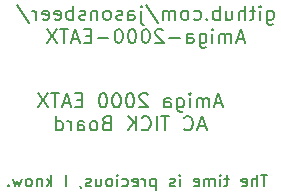
<source format=gbo>
G04 #@! TF.GenerationSoftware,KiCad,Pcbnew,5.1.12-84ad8e8a86~92~ubuntu20.04.1*
G04 #@! TF.CreationDate,2022-01-29T12:50:19-06:00*
G04 #@! TF.ProjectId,TICK_AC,5449434b-5f41-4432-9e6b-696361645f70,rev?*
G04 #@! TF.SameCoordinates,Original*
G04 #@! TF.FileFunction,Legend,Bot*
G04 #@! TF.FilePolarity,Positive*
%FSLAX46Y46*%
G04 Gerber Fmt 4.6, Leading zero omitted, Abs format (unit mm)*
G04 Created by KiCad (PCBNEW 5.1.12-84ad8e8a86~92~ubuntu20.04.1) date 2022-01-29 12:50:19*
%MOMM*%
%LPD*%
G01*
G04 APERTURE LIST*
%ADD10C,0.150000*%
%ADD11R,3.500000X3.500000*%
%ADD12O,1.700000X1.700000*%
%ADD13R,1.700000X1.700000*%
G04 APERTURE END LIST*
D10*
X152398619Y-110526580D02*
X151827190Y-110526580D01*
X152112904Y-111526580D02*
X152112904Y-110526580D01*
X151493857Y-111526580D02*
X151493857Y-110526580D01*
X151065285Y-111526580D02*
X151065285Y-111002771D01*
X151112904Y-110907533D01*
X151208142Y-110859914D01*
X151351000Y-110859914D01*
X151446238Y-110907533D01*
X151493857Y-110955152D01*
X150208142Y-111478961D02*
X150303380Y-111526580D01*
X150493857Y-111526580D01*
X150589095Y-111478961D01*
X150636714Y-111383723D01*
X150636714Y-111002771D01*
X150589095Y-110907533D01*
X150493857Y-110859914D01*
X150303380Y-110859914D01*
X150208142Y-110907533D01*
X150160523Y-111002771D01*
X150160523Y-111098009D01*
X150636714Y-111193247D01*
X149112904Y-110859914D02*
X148731952Y-110859914D01*
X148970047Y-110526580D02*
X148970047Y-111383723D01*
X148922428Y-111478961D01*
X148827190Y-111526580D01*
X148731952Y-111526580D01*
X148398619Y-111526580D02*
X148398619Y-110859914D01*
X148398619Y-110526580D02*
X148446238Y-110574200D01*
X148398619Y-110621819D01*
X148351000Y-110574200D01*
X148398619Y-110526580D01*
X148398619Y-110621819D01*
X147922428Y-111526580D02*
X147922428Y-110859914D01*
X147922428Y-110955152D02*
X147874809Y-110907533D01*
X147779571Y-110859914D01*
X147636714Y-110859914D01*
X147541476Y-110907533D01*
X147493857Y-111002771D01*
X147493857Y-111526580D01*
X147493857Y-111002771D02*
X147446238Y-110907533D01*
X147351000Y-110859914D01*
X147208142Y-110859914D01*
X147112904Y-110907533D01*
X147065285Y-111002771D01*
X147065285Y-111526580D01*
X146208142Y-111478961D02*
X146303380Y-111526580D01*
X146493857Y-111526580D01*
X146589095Y-111478961D01*
X146636714Y-111383723D01*
X146636714Y-111002771D01*
X146589095Y-110907533D01*
X146493857Y-110859914D01*
X146303380Y-110859914D01*
X146208142Y-110907533D01*
X146160523Y-111002771D01*
X146160523Y-111098009D01*
X146636714Y-111193247D01*
X144970047Y-111526580D02*
X144970047Y-110859914D01*
X144970047Y-110526580D02*
X145017666Y-110574200D01*
X144970047Y-110621819D01*
X144922428Y-110574200D01*
X144970047Y-110526580D01*
X144970047Y-110621819D01*
X144541476Y-111478961D02*
X144446238Y-111526580D01*
X144255761Y-111526580D01*
X144160523Y-111478961D01*
X144112904Y-111383723D01*
X144112904Y-111336104D01*
X144160523Y-111240866D01*
X144255761Y-111193247D01*
X144398619Y-111193247D01*
X144493857Y-111145628D01*
X144541476Y-111050390D01*
X144541476Y-111002771D01*
X144493857Y-110907533D01*
X144398619Y-110859914D01*
X144255761Y-110859914D01*
X144160523Y-110907533D01*
X142922428Y-110859914D02*
X142922428Y-111859914D01*
X142922428Y-110907533D02*
X142827190Y-110859914D01*
X142636714Y-110859914D01*
X142541476Y-110907533D01*
X142493857Y-110955152D01*
X142446238Y-111050390D01*
X142446238Y-111336104D01*
X142493857Y-111431342D01*
X142541476Y-111478961D01*
X142636714Y-111526580D01*
X142827190Y-111526580D01*
X142922428Y-111478961D01*
X142017666Y-111526580D02*
X142017666Y-110859914D01*
X142017666Y-111050390D02*
X141970047Y-110955152D01*
X141922428Y-110907533D01*
X141827190Y-110859914D01*
X141731952Y-110859914D01*
X141017666Y-111478961D02*
X141112904Y-111526580D01*
X141303380Y-111526580D01*
X141398619Y-111478961D01*
X141446238Y-111383723D01*
X141446238Y-111002771D01*
X141398619Y-110907533D01*
X141303380Y-110859914D01*
X141112904Y-110859914D01*
X141017666Y-110907533D01*
X140970047Y-111002771D01*
X140970047Y-111098009D01*
X141446238Y-111193247D01*
X140112904Y-111478961D02*
X140208142Y-111526580D01*
X140398619Y-111526580D01*
X140493857Y-111478961D01*
X140541476Y-111431342D01*
X140589095Y-111336104D01*
X140589095Y-111050390D01*
X140541476Y-110955152D01*
X140493857Y-110907533D01*
X140398619Y-110859914D01*
X140208142Y-110859914D01*
X140112904Y-110907533D01*
X139684333Y-111526580D02*
X139684333Y-110859914D01*
X139684333Y-110526580D02*
X139731952Y-110574200D01*
X139684333Y-110621819D01*
X139636714Y-110574200D01*
X139684333Y-110526580D01*
X139684333Y-110621819D01*
X139065285Y-111526580D02*
X139160523Y-111478961D01*
X139208142Y-111431342D01*
X139255761Y-111336104D01*
X139255761Y-111050390D01*
X139208142Y-110955152D01*
X139160523Y-110907533D01*
X139065285Y-110859914D01*
X138922428Y-110859914D01*
X138827190Y-110907533D01*
X138779571Y-110955152D01*
X138731952Y-111050390D01*
X138731952Y-111336104D01*
X138779571Y-111431342D01*
X138827190Y-111478961D01*
X138922428Y-111526580D01*
X139065285Y-111526580D01*
X137874809Y-110859914D02*
X137874809Y-111526580D01*
X138303380Y-110859914D02*
X138303380Y-111383723D01*
X138255761Y-111478961D01*
X138160523Y-111526580D01*
X138017666Y-111526580D01*
X137922428Y-111478961D01*
X137874809Y-111431342D01*
X137446238Y-111478961D02*
X137351000Y-111526580D01*
X137160523Y-111526580D01*
X137065285Y-111478961D01*
X137017666Y-111383723D01*
X137017666Y-111336104D01*
X137065285Y-111240866D01*
X137160523Y-111193247D01*
X137303380Y-111193247D01*
X137398619Y-111145628D01*
X137446238Y-111050390D01*
X137446238Y-111002771D01*
X137398619Y-110907533D01*
X137303380Y-110859914D01*
X137160523Y-110859914D01*
X137065285Y-110907533D01*
X136541476Y-111478961D02*
X136541476Y-111526580D01*
X136589095Y-111621819D01*
X136636714Y-111669438D01*
X135351000Y-111526580D02*
X135351000Y-110526580D01*
X134112904Y-111526580D02*
X134112904Y-110526580D01*
X134017666Y-111145628D02*
X133731952Y-111526580D01*
X133731952Y-110859914D02*
X134112904Y-111240866D01*
X133303380Y-110859914D02*
X133303380Y-111526580D01*
X133303380Y-110955152D02*
X133255761Y-110907533D01*
X133160523Y-110859914D01*
X133017666Y-110859914D01*
X132922428Y-110907533D01*
X132874809Y-111002771D01*
X132874809Y-111526580D01*
X132255761Y-111526580D02*
X132351000Y-111478961D01*
X132398619Y-111431342D01*
X132446238Y-111336104D01*
X132446238Y-111050390D01*
X132398619Y-110955152D01*
X132351000Y-110907533D01*
X132255761Y-110859914D01*
X132112904Y-110859914D01*
X132017666Y-110907533D01*
X131970047Y-110955152D01*
X131922428Y-111050390D01*
X131922428Y-111336104D01*
X131970047Y-111431342D01*
X132017666Y-111478961D01*
X132112904Y-111526580D01*
X132255761Y-111526580D01*
X131589095Y-110859914D02*
X131398619Y-111526580D01*
X131208142Y-111050390D01*
X131017666Y-111526580D01*
X130827190Y-110859914D01*
X130446238Y-111431342D02*
X130398619Y-111478961D01*
X130446238Y-111526580D01*
X130493857Y-111478961D01*
X130446238Y-111431342D01*
X130446238Y-111526580D01*
X148535057Y-104482600D02*
X147963628Y-104482600D01*
X148649342Y-104825457D02*
X148249342Y-103625457D01*
X147849342Y-104825457D01*
X147449342Y-104825457D02*
X147449342Y-104025457D01*
X147449342Y-104139742D02*
X147392200Y-104082600D01*
X147277914Y-104025457D01*
X147106485Y-104025457D01*
X146992200Y-104082600D01*
X146935057Y-104196885D01*
X146935057Y-104825457D01*
X146935057Y-104196885D02*
X146877914Y-104082600D01*
X146763628Y-104025457D01*
X146592200Y-104025457D01*
X146477914Y-104082600D01*
X146420771Y-104196885D01*
X146420771Y-104825457D01*
X145849342Y-104825457D02*
X145849342Y-104025457D01*
X145849342Y-103625457D02*
X145906485Y-103682600D01*
X145849342Y-103739742D01*
X145792200Y-103682600D01*
X145849342Y-103625457D01*
X145849342Y-103739742D01*
X144763628Y-104025457D02*
X144763628Y-104996885D01*
X144820771Y-105111171D01*
X144877914Y-105168314D01*
X144992200Y-105225457D01*
X145163628Y-105225457D01*
X145277914Y-105168314D01*
X144763628Y-104768314D02*
X144877914Y-104825457D01*
X145106485Y-104825457D01*
X145220771Y-104768314D01*
X145277914Y-104711171D01*
X145335057Y-104596885D01*
X145335057Y-104254028D01*
X145277914Y-104139742D01*
X145220771Y-104082600D01*
X145106485Y-104025457D01*
X144877914Y-104025457D01*
X144763628Y-104082600D01*
X143677914Y-104825457D02*
X143677914Y-104196885D01*
X143735057Y-104082600D01*
X143849342Y-104025457D01*
X144077914Y-104025457D01*
X144192200Y-104082600D01*
X143677914Y-104768314D02*
X143792200Y-104825457D01*
X144077914Y-104825457D01*
X144192200Y-104768314D01*
X144249342Y-104654028D01*
X144249342Y-104539742D01*
X144192200Y-104425457D01*
X144077914Y-104368314D01*
X143792200Y-104368314D01*
X143677914Y-104311171D01*
X142249342Y-103739742D02*
X142192200Y-103682600D01*
X142077914Y-103625457D01*
X141792200Y-103625457D01*
X141677914Y-103682600D01*
X141620771Y-103739742D01*
X141563628Y-103854028D01*
X141563628Y-103968314D01*
X141620771Y-104139742D01*
X142306485Y-104825457D01*
X141563628Y-104825457D01*
X140820771Y-103625457D02*
X140706485Y-103625457D01*
X140592200Y-103682600D01*
X140535057Y-103739742D01*
X140477914Y-103854028D01*
X140420771Y-104082600D01*
X140420771Y-104368314D01*
X140477914Y-104596885D01*
X140535057Y-104711171D01*
X140592200Y-104768314D01*
X140706485Y-104825457D01*
X140820771Y-104825457D01*
X140935057Y-104768314D01*
X140992200Y-104711171D01*
X141049342Y-104596885D01*
X141106485Y-104368314D01*
X141106485Y-104082600D01*
X141049342Y-103854028D01*
X140992200Y-103739742D01*
X140935057Y-103682600D01*
X140820771Y-103625457D01*
X139677914Y-103625457D02*
X139563628Y-103625457D01*
X139449342Y-103682600D01*
X139392200Y-103739742D01*
X139335057Y-103854028D01*
X139277914Y-104082600D01*
X139277914Y-104368314D01*
X139335057Y-104596885D01*
X139392200Y-104711171D01*
X139449342Y-104768314D01*
X139563628Y-104825457D01*
X139677914Y-104825457D01*
X139792200Y-104768314D01*
X139849342Y-104711171D01*
X139906485Y-104596885D01*
X139963628Y-104368314D01*
X139963628Y-104082600D01*
X139906485Y-103854028D01*
X139849342Y-103739742D01*
X139792200Y-103682600D01*
X139677914Y-103625457D01*
X138535057Y-103625457D02*
X138420771Y-103625457D01*
X138306485Y-103682600D01*
X138249342Y-103739742D01*
X138192200Y-103854028D01*
X138135057Y-104082600D01*
X138135057Y-104368314D01*
X138192200Y-104596885D01*
X138249342Y-104711171D01*
X138306485Y-104768314D01*
X138420771Y-104825457D01*
X138535057Y-104825457D01*
X138649342Y-104768314D01*
X138706485Y-104711171D01*
X138763628Y-104596885D01*
X138820771Y-104368314D01*
X138820771Y-104082600D01*
X138763628Y-103854028D01*
X138706485Y-103739742D01*
X138649342Y-103682600D01*
X138535057Y-103625457D01*
X136706485Y-104196885D02*
X136306485Y-104196885D01*
X136135057Y-104825457D02*
X136706485Y-104825457D01*
X136706485Y-103625457D01*
X136135057Y-103625457D01*
X135677914Y-104482600D02*
X135106485Y-104482600D01*
X135792200Y-104825457D02*
X135392200Y-103625457D01*
X134992200Y-104825457D01*
X134763628Y-103625457D02*
X134077914Y-103625457D01*
X134420771Y-104825457D02*
X134420771Y-103625457D01*
X133792200Y-103625457D02*
X132992200Y-104825457D01*
X132992200Y-103625457D02*
X133792200Y-104825457D01*
X147135057Y-106432600D02*
X146563628Y-106432600D01*
X147249342Y-106775457D02*
X146849342Y-105575457D01*
X146449342Y-106775457D01*
X145363628Y-106661171D02*
X145420771Y-106718314D01*
X145592200Y-106775457D01*
X145706485Y-106775457D01*
X145877914Y-106718314D01*
X145992200Y-106604028D01*
X146049342Y-106489742D01*
X146106485Y-106261171D01*
X146106485Y-106089742D01*
X146049342Y-105861171D01*
X145992200Y-105746885D01*
X145877914Y-105632600D01*
X145706485Y-105575457D01*
X145592200Y-105575457D01*
X145420771Y-105632600D01*
X145363628Y-105689742D01*
X144106485Y-105575457D02*
X143420771Y-105575457D01*
X143763628Y-106775457D02*
X143763628Y-105575457D01*
X143020771Y-106775457D02*
X143020771Y-105575457D01*
X141763628Y-106661171D02*
X141820771Y-106718314D01*
X141992200Y-106775457D01*
X142106485Y-106775457D01*
X142277914Y-106718314D01*
X142392200Y-106604028D01*
X142449342Y-106489742D01*
X142506485Y-106261171D01*
X142506485Y-106089742D01*
X142449342Y-105861171D01*
X142392200Y-105746885D01*
X142277914Y-105632600D01*
X142106485Y-105575457D01*
X141992200Y-105575457D01*
X141820771Y-105632600D01*
X141763628Y-105689742D01*
X141249342Y-106775457D02*
X141249342Y-105575457D01*
X140563628Y-106775457D02*
X141077914Y-106089742D01*
X140563628Y-105575457D02*
X141249342Y-106261171D01*
X138735057Y-106146885D02*
X138563628Y-106204028D01*
X138506485Y-106261171D01*
X138449342Y-106375457D01*
X138449342Y-106546885D01*
X138506485Y-106661171D01*
X138563628Y-106718314D01*
X138677914Y-106775457D01*
X139135057Y-106775457D01*
X139135057Y-105575457D01*
X138735057Y-105575457D01*
X138620771Y-105632600D01*
X138563628Y-105689742D01*
X138506485Y-105804028D01*
X138506485Y-105918314D01*
X138563628Y-106032600D01*
X138620771Y-106089742D01*
X138735057Y-106146885D01*
X139135057Y-106146885D01*
X137763628Y-106775457D02*
X137877914Y-106718314D01*
X137935057Y-106661171D01*
X137992200Y-106546885D01*
X137992200Y-106204028D01*
X137935057Y-106089742D01*
X137877914Y-106032600D01*
X137763628Y-105975457D01*
X137592200Y-105975457D01*
X137477914Y-106032600D01*
X137420771Y-106089742D01*
X137363628Y-106204028D01*
X137363628Y-106546885D01*
X137420771Y-106661171D01*
X137477914Y-106718314D01*
X137592200Y-106775457D01*
X137763628Y-106775457D01*
X136335057Y-106775457D02*
X136335057Y-106146885D01*
X136392200Y-106032600D01*
X136506485Y-105975457D01*
X136735057Y-105975457D01*
X136849342Y-106032600D01*
X136335057Y-106718314D02*
X136449342Y-106775457D01*
X136735057Y-106775457D01*
X136849342Y-106718314D01*
X136906485Y-106604028D01*
X136906485Y-106489742D01*
X136849342Y-106375457D01*
X136735057Y-106318314D01*
X136449342Y-106318314D01*
X136335057Y-106261171D01*
X135763628Y-106775457D02*
X135763628Y-105975457D01*
X135763628Y-106204028D02*
X135706485Y-106089742D01*
X135649342Y-106032600D01*
X135535057Y-105975457D01*
X135420771Y-105975457D01*
X134506485Y-106775457D02*
X134506485Y-105575457D01*
X134506485Y-106718314D02*
X134620771Y-106775457D01*
X134849342Y-106775457D01*
X134963628Y-106718314D01*
X135020771Y-106661171D01*
X135077914Y-106546885D01*
X135077914Y-106204028D01*
X135020771Y-106089742D01*
X134963628Y-106032600D01*
X134849342Y-105975457D01*
X134620771Y-105975457D01*
X134506485Y-106032600D01*
X152341571Y-96634057D02*
X152341571Y-97605485D01*
X152398714Y-97719771D01*
X152455857Y-97776914D01*
X152570142Y-97834057D01*
X152741571Y-97834057D01*
X152855857Y-97776914D01*
X152341571Y-97376914D02*
X152455857Y-97434057D01*
X152684428Y-97434057D01*
X152798714Y-97376914D01*
X152855857Y-97319771D01*
X152913000Y-97205485D01*
X152913000Y-96862628D01*
X152855857Y-96748342D01*
X152798714Y-96691200D01*
X152684428Y-96634057D01*
X152455857Y-96634057D01*
X152341571Y-96691200D01*
X151770142Y-97434057D02*
X151770142Y-96634057D01*
X151770142Y-96234057D02*
X151827285Y-96291200D01*
X151770142Y-96348342D01*
X151713000Y-96291200D01*
X151770142Y-96234057D01*
X151770142Y-96348342D01*
X151370142Y-96634057D02*
X150913000Y-96634057D01*
X151198714Y-96234057D02*
X151198714Y-97262628D01*
X151141571Y-97376914D01*
X151027285Y-97434057D01*
X150913000Y-97434057D01*
X150513000Y-97434057D02*
X150513000Y-96234057D01*
X149998714Y-97434057D02*
X149998714Y-96805485D01*
X150055857Y-96691200D01*
X150170142Y-96634057D01*
X150341571Y-96634057D01*
X150455857Y-96691200D01*
X150513000Y-96748342D01*
X148913000Y-96634057D02*
X148913000Y-97434057D01*
X149427285Y-96634057D02*
X149427285Y-97262628D01*
X149370142Y-97376914D01*
X149255857Y-97434057D01*
X149084428Y-97434057D01*
X148970142Y-97376914D01*
X148913000Y-97319771D01*
X148341571Y-97434057D02*
X148341571Y-96234057D01*
X148341571Y-96691200D02*
X148227285Y-96634057D01*
X147998714Y-96634057D01*
X147884428Y-96691200D01*
X147827285Y-96748342D01*
X147770142Y-96862628D01*
X147770142Y-97205485D01*
X147827285Y-97319771D01*
X147884428Y-97376914D01*
X147998714Y-97434057D01*
X148227285Y-97434057D01*
X148341571Y-97376914D01*
X147255857Y-97319771D02*
X147198714Y-97376914D01*
X147255857Y-97434057D01*
X147313000Y-97376914D01*
X147255857Y-97319771D01*
X147255857Y-97434057D01*
X146170142Y-97376914D02*
X146284428Y-97434057D01*
X146513000Y-97434057D01*
X146627285Y-97376914D01*
X146684428Y-97319771D01*
X146741571Y-97205485D01*
X146741571Y-96862628D01*
X146684428Y-96748342D01*
X146627285Y-96691200D01*
X146513000Y-96634057D01*
X146284428Y-96634057D01*
X146170142Y-96691200D01*
X145484428Y-97434057D02*
X145598714Y-97376914D01*
X145655857Y-97319771D01*
X145713000Y-97205485D01*
X145713000Y-96862628D01*
X145655857Y-96748342D01*
X145598714Y-96691200D01*
X145484428Y-96634057D01*
X145313000Y-96634057D01*
X145198714Y-96691200D01*
X145141571Y-96748342D01*
X145084428Y-96862628D01*
X145084428Y-97205485D01*
X145141571Y-97319771D01*
X145198714Y-97376914D01*
X145313000Y-97434057D01*
X145484428Y-97434057D01*
X144570142Y-97434057D02*
X144570142Y-96634057D01*
X144570142Y-96748342D02*
X144513000Y-96691200D01*
X144398714Y-96634057D01*
X144227285Y-96634057D01*
X144113000Y-96691200D01*
X144055857Y-96805485D01*
X144055857Y-97434057D01*
X144055857Y-96805485D02*
X143998714Y-96691200D01*
X143884428Y-96634057D01*
X143713000Y-96634057D01*
X143598714Y-96691200D01*
X143541571Y-96805485D01*
X143541571Y-97434057D01*
X142113000Y-96176914D02*
X143141571Y-97719771D01*
X141713000Y-96634057D02*
X141713000Y-97662628D01*
X141770142Y-97776914D01*
X141884428Y-97834057D01*
X141941571Y-97834057D01*
X141713000Y-96234057D02*
X141770142Y-96291200D01*
X141713000Y-96348342D01*
X141655857Y-96291200D01*
X141713000Y-96234057D01*
X141713000Y-96348342D01*
X140627285Y-97434057D02*
X140627285Y-96805485D01*
X140684428Y-96691200D01*
X140798714Y-96634057D01*
X141027285Y-96634057D01*
X141141571Y-96691200D01*
X140627285Y-97376914D02*
X140741571Y-97434057D01*
X141027285Y-97434057D01*
X141141571Y-97376914D01*
X141198714Y-97262628D01*
X141198714Y-97148342D01*
X141141571Y-97034057D01*
X141027285Y-96976914D01*
X140741571Y-96976914D01*
X140627285Y-96919771D01*
X140113000Y-97376914D02*
X139998714Y-97434057D01*
X139770142Y-97434057D01*
X139655857Y-97376914D01*
X139598714Y-97262628D01*
X139598714Y-97205485D01*
X139655857Y-97091200D01*
X139770142Y-97034057D01*
X139941571Y-97034057D01*
X140055857Y-96976914D01*
X140113000Y-96862628D01*
X140113000Y-96805485D01*
X140055857Y-96691200D01*
X139941571Y-96634057D01*
X139770142Y-96634057D01*
X139655857Y-96691200D01*
X138913000Y-97434057D02*
X139027285Y-97376914D01*
X139084428Y-97319771D01*
X139141571Y-97205485D01*
X139141571Y-96862628D01*
X139084428Y-96748342D01*
X139027285Y-96691200D01*
X138913000Y-96634057D01*
X138741571Y-96634057D01*
X138627285Y-96691200D01*
X138570142Y-96748342D01*
X138513000Y-96862628D01*
X138513000Y-97205485D01*
X138570142Y-97319771D01*
X138627285Y-97376914D01*
X138741571Y-97434057D01*
X138913000Y-97434057D01*
X137998714Y-96634057D02*
X137998714Y-97434057D01*
X137998714Y-96748342D02*
X137941571Y-96691200D01*
X137827285Y-96634057D01*
X137655857Y-96634057D01*
X137541571Y-96691200D01*
X137484428Y-96805485D01*
X137484428Y-97434057D01*
X136970142Y-97376914D02*
X136855857Y-97434057D01*
X136627285Y-97434057D01*
X136513000Y-97376914D01*
X136455857Y-97262628D01*
X136455857Y-97205485D01*
X136513000Y-97091200D01*
X136627285Y-97034057D01*
X136798714Y-97034057D01*
X136913000Y-96976914D01*
X136970142Y-96862628D01*
X136970142Y-96805485D01*
X136913000Y-96691200D01*
X136798714Y-96634057D01*
X136627285Y-96634057D01*
X136513000Y-96691200D01*
X135941571Y-97434057D02*
X135941571Y-96234057D01*
X135941571Y-96691200D02*
X135827285Y-96634057D01*
X135598714Y-96634057D01*
X135484428Y-96691200D01*
X135427285Y-96748342D01*
X135370142Y-96862628D01*
X135370142Y-97205485D01*
X135427285Y-97319771D01*
X135484428Y-97376914D01*
X135598714Y-97434057D01*
X135827285Y-97434057D01*
X135941571Y-97376914D01*
X134398714Y-97376914D02*
X134513000Y-97434057D01*
X134741571Y-97434057D01*
X134855857Y-97376914D01*
X134913000Y-97262628D01*
X134913000Y-96805485D01*
X134855857Y-96691200D01*
X134741571Y-96634057D01*
X134513000Y-96634057D01*
X134398714Y-96691200D01*
X134341571Y-96805485D01*
X134341571Y-96919771D01*
X134913000Y-97034057D01*
X133370142Y-97376914D02*
X133484428Y-97434057D01*
X133713000Y-97434057D01*
X133827285Y-97376914D01*
X133884428Y-97262628D01*
X133884428Y-96805485D01*
X133827285Y-96691200D01*
X133713000Y-96634057D01*
X133484428Y-96634057D01*
X133370142Y-96691200D01*
X133313000Y-96805485D01*
X133313000Y-96919771D01*
X133884428Y-97034057D01*
X132798714Y-97434057D02*
X132798714Y-96634057D01*
X132798714Y-96862628D02*
X132741571Y-96748342D01*
X132684428Y-96691200D01*
X132570142Y-96634057D01*
X132455857Y-96634057D01*
X131198714Y-96176914D02*
X132227285Y-97719771D01*
X150427285Y-99041200D02*
X149855857Y-99041200D01*
X150541571Y-99384057D02*
X150141571Y-98184057D01*
X149741571Y-99384057D01*
X149341571Y-99384057D02*
X149341571Y-98584057D01*
X149341571Y-98698342D02*
X149284428Y-98641200D01*
X149170142Y-98584057D01*
X148998714Y-98584057D01*
X148884428Y-98641200D01*
X148827285Y-98755485D01*
X148827285Y-99384057D01*
X148827285Y-98755485D02*
X148770142Y-98641200D01*
X148655857Y-98584057D01*
X148484428Y-98584057D01*
X148370142Y-98641200D01*
X148313000Y-98755485D01*
X148313000Y-99384057D01*
X147741571Y-99384057D02*
X147741571Y-98584057D01*
X147741571Y-98184057D02*
X147798714Y-98241200D01*
X147741571Y-98298342D01*
X147684428Y-98241200D01*
X147741571Y-98184057D01*
X147741571Y-98298342D01*
X146655857Y-98584057D02*
X146655857Y-99555485D01*
X146713000Y-99669771D01*
X146770142Y-99726914D01*
X146884428Y-99784057D01*
X147055857Y-99784057D01*
X147170142Y-99726914D01*
X146655857Y-99326914D02*
X146770142Y-99384057D01*
X146998714Y-99384057D01*
X147113000Y-99326914D01*
X147170142Y-99269771D01*
X147227285Y-99155485D01*
X147227285Y-98812628D01*
X147170142Y-98698342D01*
X147113000Y-98641200D01*
X146998714Y-98584057D01*
X146770142Y-98584057D01*
X146655857Y-98641200D01*
X145570142Y-99384057D02*
X145570142Y-98755485D01*
X145627285Y-98641200D01*
X145741571Y-98584057D01*
X145970142Y-98584057D01*
X146084428Y-98641200D01*
X145570142Y-99326914D02*
X145684428Y-99384057D01*
X145970142Y-99384057D01*
X146084428Y-99326914D01*
X146141571Y-99212628D01*
X146141571Y-99098342D01*
X146084428Y-98984057D01*
X145970142Y-98926914D01*
X145684428Y-98926914D01*
X145570142Y-98869771D01*
X144998714Y-98926914D02*
X144084428Y-98926914D01*
X143570142Y-98298342D02*
X143513000Y-98241200D01*
X143398714Y-98184057D01*
X143113000Y-98184057D01*
X142998714Y-98241200D01*
X142941571Y-98298342D01*
X142884428Y-98412628D01*
X142884428Y-98526914D01*
X142941571Y-98698342D01*
X143627285Y-99384057D01*
X142884428Y-99384057D01*
X142141571Y-98184057D02*
X142027285Y-98184057D01*
X141913000Y-98241200D01*
X141855857Y-98298342D01*
X141798714Y-98412628D01*
X141741571Y-98641200D01*
X141741571Y-98926914D01*
X141798714Y-99155485D01*
X141855857Y-99269771D01*
X141913000Y-99326914D01*
X142027285Y-99384057D01*
X142141571Y-99384057D01*
X142255857Y-99326914D01*
X142313000Y-99269771D01*
X142370142Y-99155485D01*
X142427285Y-98926914D01*
X142427285Y-98641200D01*
X142370142Y-98412628D01*
X142313000Y-98298342D01*
X142255857Y-98241200D01*
X142141571Y-98184057D01*
X140998714Y-98184057D02*
X140884428Y-98184057D01*
X140770142Y-98241200D01*
X140713000Y-98298342D01*
X140655857Y-98412628D01*
X140598714Y-98641200D01*
X140598714Y-98926914D01*
X140655857Y-99155485D01*
X140713000Y-99269771D01*
X140770142Y-99326914D01*
X140884428Y-99384057D01*
X140998714Y-99384057D01*
X141113000Y-99326914D01*
X141170142Y-99269771D01*
X141227285Y-99155485D01*
X141284428Y-98926914D01*
X141284428Y-98641200D01*
X141227285Y-98412628D01*
X141170142Y-98298342D01*
X141113000Y-98241200D01*
X140998714Y-98184057D01*
X139855857Y-98184057D02*
X139741571Y-98184057D01*
X139627285Y-98241200D01*
X139570142Y-98298342D01*
X139513000Y-98412628D01*
X139455857Y-98641200D01*
X139455857Y-98926914D01*
X139513000Y-99155485D01*
X139570142Y-99269771D01*
X139627285Y-99326914D01*
X139741571Y-99384057D01*
X139855857Y-99384057D01*
X139970142Y-99326914D01*
X140027285Y-99269771D01*
X140084428Y-99155485D01*
X140141571Y-98926914D01*
X140141571Y-98641200D01*
X140084428Y-98412628D01*
X140027285Y-98298342D01*
X139970142Y-98241200D01*
X139855857Y-98184057D01*
X138941571Y-98926914D02*
X138027285Y-98926914D01*
X137455857Y-98755485D02*
X137055857Y-98755485D01*
X136884428Y-99384057D02*
X137455857Y-99384057D01*
X137455857Y-98184057D01*
X136884428Y-98184057D01*
X136427285Y-99041200D02*
X135855857Y-99041200D01*
X136541571Y-99384057D02*
X136141571Y-98184057D01*
X135741571Y-99384057D01*
X135513000Y-98184057D02*
X134827285Y-98184057D01*
X135170142Y-99384057D02*
X135170142Y-98184057D01*
X134541571Y-98184057D02*
X133741571Y-99384057D01*
X133741571Y-98184057D02*
X134541571Y-99384057D01*
%LPC*%
G36*
G01*
X151273000Y-100348400D02*
X153273000Y-100348400D01*
G75*
G02*
X154023000Y-101098400I0J-750000D01*
G01*
X154023000Y-102598400D01*
G75*
G02*
X153273000Y-103348400I-750000J0D01*
G01*
X151273000Y-103348400D01*
G75*
G02*
X150523000Y-102598400I0J750000D01*
G01*
X150523000Y-101098400D01*
G75*
G02*
X151273000Y-100348400I750000J0D01*
G01*
G37*
D11*
X152273000Y-107848400D03*
D12*
X128955800Y-110134400D03*
X128955800Y-107594400D03*
X128955800Y-105054400D03*
X128955800Y-102514400D03*
X128955800Y-99974400D03*
D13*
X128955800Y-97434400D03*
M02*

</source>
